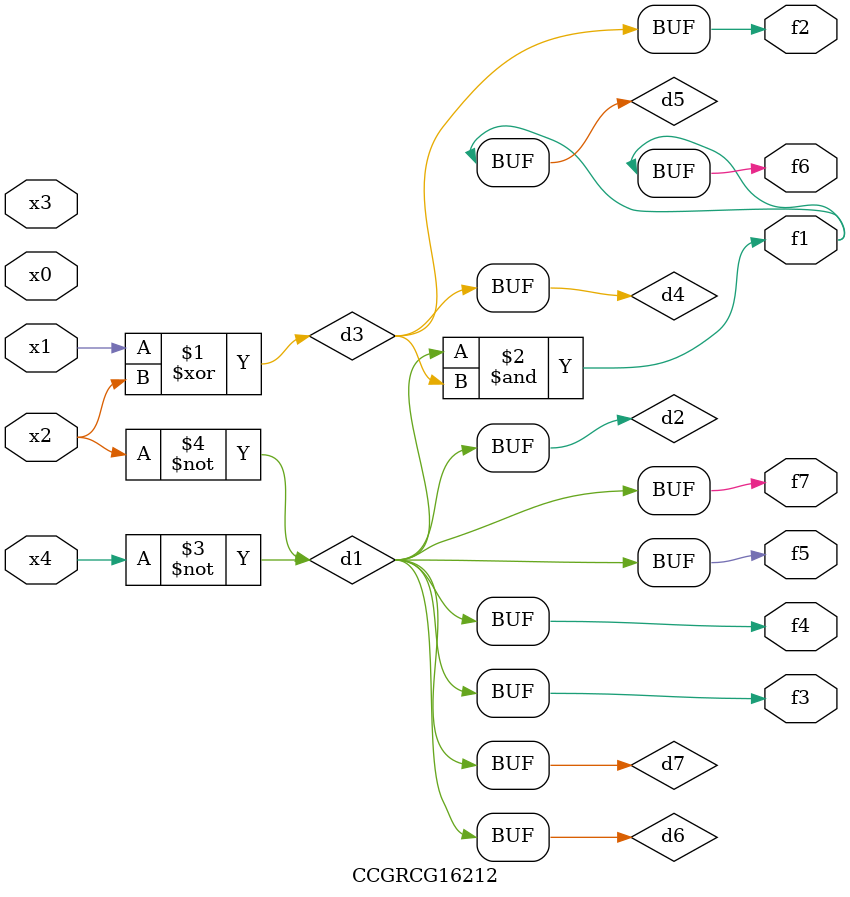
<source format=v>
module CCGRCG16212(
	input x0, x1, x2, x3, x4,
	output f1, f2, f3, f4, f5, f6, f7
);

	wire d1, d2, d3, d4, d5, d6, d7;

	not (d1, x4);
	not (d2, x2);
	xor (d3, x1, x2);
	buf (d4, d3);
	and (d5, d1, d3);
	buf (d6, d1, d2);
	buf (d7, d2);
	assign f1 = d5;
	assign f2 = d4;
	assign f3 = d7;
	assign f4 = d7;
	assign f5 = d7;
	assign f6 = d5;
	assign f7 = d7;
endmodule

</source>
